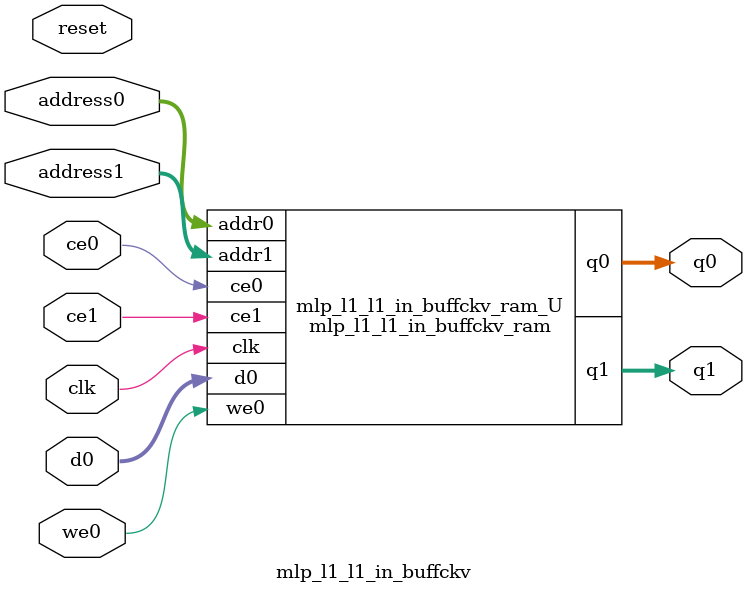
<source format=v>
`timescale 1 ns / 1 ps
module mlp_l1_l1_in_buffckv_ram (addr0, ce0, d0, we0, q0, addr1, ce1, q1,  clk);

parameter DWIDTH = 8;
parameter AWIDTH = 3;
parameter MEM_SIZE = 6;

input[AWIDTH-1:0] addr0;
input ce0;
input[DWIDTH-1:0] d0;
input we0;
output reg[DWIDTH-1:0] q0;
input[AWIDTH-1:0] addr1;
input ce1;
output reg[DWIDTH-1:0] q1;
input clk;

(* ram_style = "distributed" *)reg [DWIDTH-1:0] ram[0:MEM_SIZE-1];




always @(posedge clk)  
begin 
    if (ce0) begin
        if (we0) 
            ram[addr0] <= d0; 
        q0 <= ram[addr0];
    end
end


always @(posedge clk)  
begin 
    if (ce1) begin
        q1 <= ram[addr1];
    end
end


endmodule

`timescale 1 ns / 1 ps
module mlp_l1_l1_in_buffckv(
    reset,
    clk,
    address0,
    ce0,
    we0,
    d0,
    q0,
    address1,
    ce1,
    q1);

parameter DataWidth = 32'd8;
parameter AddressRange = 32'd6;
parameter AddressWidth = 32'd3;
input reset;
input clk;
input[AddressWidth - 1:0] address0;
input ce0;
input we0;
input[DataWidth - 1:0] d0;
output[DataWidth - 1:0] q0;
input[AddressWidth - 1:0] address1;
input ce1;
output[DataWidth - 1:0] q1;



mlp_l1_l1_in_buffckv_ram mlp_l1_l1_in_buffckv_ram_U(
    .clk( clk ),
    .addr0( address0 ),
    .ce0( ce0 ),
    .we0( we0 ),
    .d0( d0 ),
    .q0( q0 ),
    .addr1( address1 ),
    .ce1( ce1 ),
    .q1( q1 ));

endmodule


</source>
